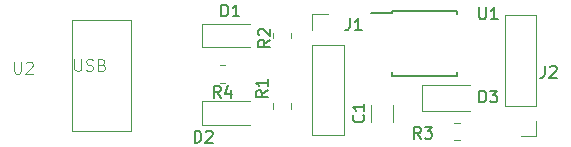
<source format=gbr>
%TF.GenerationSoftware,KiCad,Pcbnew,(7.0.0)*%
%TF.CreationDate,2023-07-16T21:42:08+07:00*%
%TF.ProjectId,Attiny85_USB,41747469-6e79-4383-955f-5553422e6b69,rev?*%
%TF.SameCoordinates,Original*%
%TF.FileFunction,Legend,Top*%
%TF.FilePolarity,Positive*%
%FSLAX46Y46*%
G04 Gerber Fmt 4.6, Leading zero omitted, Abs format (unit mm)*
G04 Created by KiCad (PCBNEW (7.0.0)) date 2023-07-16 21:42:08*
%MOMM*%
%LPD*%
G01*
G04 APERTURE LIST*
%ADD10C,0.100000*%
%ADD11C,0.150000*%
%ADD12C,0.120000*%
G04 APERTURE END LIST*
D10*
%TO.C,U2*%
X55888095Y-112842380D02*
X55888095Y-113651904D01*
X55888095Y-113651904D02*
X55935714Y-113747142D01*
X55935714Y-113747142D02*
X55983333Y-113794761D01*
X55983333Y-113794761D02*
X56078571Y-113842380D01*
X56078571Y-113842380D02*
X56269047Y-113842380D01*
X56269047Y-113842380D02*
X56364285Y-113794761D01*
X56364285Y-113794761D02*
X56411904Y-113747142D01*
X56411904Y-113747142D02*
X56459523Y-113651904D01*
X56459523Y-113651904D02*
X56459523Y-112842380D01*
X56888095Y-112937619D02*
X56935714Y-112890000D01*
X56935714Y-112890000D02*
X57030952Y-112842380D01*
X57030952Y-112842380D02*
X57269047Y-112842380D01*
X57269047Y-112842380D02*
X57364285Y-112890000D01*
X57364285Y-112890000D02*
X57411904Y-112937619D01*
X57411904Y-112937619D02*
X57459523Y-113032857D01*
X57459523Y-113032857D02*
X57459523Y-113128095D01*
X57459523Y-113128095D02*
X57411904Y-113270952D01*
X57411904Y-113270952D02*
X56840476Y-113842380D01*
X56840476Y-113842380D02*
X57459523Y-113842380D01*
X60988095Y-112607380D02*
X60988095Y-113416904D01*
X60988095Y-113416904D02*
X61035714Y-113512142D01*
X61035714Y-113512142D02*
X61083333Y-113559761D01*
X61083333Y-113559761D02*
X61178571Y-113607380D01*
X61178571Y-113607380D02*
X61369047Y-113607380D01*
X61369047Y-113607380D02*
X61464285Y-113559761D01*
X61464285Y-113559761D02*
X61511904Y-113512142D01*
X61511904Y-113512142D02*
X61559523Y-113416904D01*
X61559523Y-113416904D02*
X61559523Y-112607380D01*
X61988095Y-113559761D02*
X62130952Y-113607380D01*
X62130952Y-113607380D02*
X62369047Y-113607380D01*
X62369047Y-113607380D02*
X62464285Y-113559761D01*
X62464285Y-113559761D02*
X62511904Y-113512142D01*
X62511904Y-113512142D02*
X62559523Y-113416904D01*
X62559523Y-113416904D02*
X62559523Y-113321666D01*
X62559523Y-113321666D02*
X62511904Y-113226428D01*
X62511904Y-113226428D02*
X62464285Y-113178809D01*
X62464285Y-113178809D02*
X62369047Y-113131190D01*
X62369047Y-113131190D02*
X62178571Y-113083571D01*
X62178571Y-113083571D02*
X62083333Y-113035952D01*
X62083333Y-113035952D02*
X62035714Y-112988333D01*
X62035714Y-112988333D02*
X61988095Y-112893095D01*
X61988095Y-112893095D02*
X61988095Y-112797857D01*
X61988095Y-112797857D02*
X62035714Y-112702619D01*
X62035714Y-112702619D02*
X62083333Y-112655000D01*
X62083333Y-112655000D02*
X62178571Y-112607380D01*
X62178571Y-112607380D02*
X62416666Y-112607380D01*
X62416666Y-112607380D02*
X62559523Y-112655000D01*
X63321428Y-113083571D02*
X63464285Y-113131190D01*
X63464285Y-113131190D02*
X63511904Y-113178809D01*
X63511904Y-113178809D02*
X63559523Y-113274047D01*
X63559523Y-113274047D02*
X63559523Y-113416904D01*
X63559523Y-113416904D02*
X63511904Y-113512142D01*
X63511904Y-113512142D02*
X63464285Y-113559761D01*
X63464285Y-113559761D02*
X63369047Y-113607380D01*
X63369047Y-113607380D02*
X62988095Y-113607380D01*
X62988095Y-113607380D02*
X62988095Y-112607380D01*
X62988095Y-112607380D02*
X63321428Y-112607380D01*
X63321428Y-112607380D02*
X63416666Y-112655000D01*
X63416666Y-112655000D02*
X63464285Y-112702619D01*
X63464285Y-112702619D02*
X63511904Y-112797857D01*
X63511904Y-112797857D02*
X63511904Y-112893095D01*
X63511904Y-112893095D02*
X63464285Y-112988333D01*
X63464285Y-112988333D02*
X63416666Y-113035952D01*
X63416666Y-113035952D02*
X63321428Y-113083571D01*
X63321428Y-113083571D02*
X62988095Y-113083571D01*
D11*
%TO.C,J2*%
X100826666Y-113177380D02*
X100826666Y-113891666D01*
X100826666Y-113891666D02*
X100779047Y-114034523D01*
X100779047Y-114034523D02*
X100683809Y-114129761D01*
X100683809Y-114129761D02*
X100540952Y-114177380D01*
X100540952Y-114177380D02*
X100445714Y-114177380D01*
X101255238Y-113272619D02*
X101302857Y-113225000D01*
X101302857Y-113225000D02*
X101398095Y-113177380D01*
X101398095Y-113177380D02*
X101636190Y-113177380D01*
X101636190Y-113177380D02*
X101731428Y-113225000D01*
X101731428Y-113225000D02*
X101779047Y-113272619D01*
X101779047Y-113272619D02*
X101826666Y-113367857D01*
X101826666Y-113367857D02*
X101826666Y-113463095D01*
X101826666Y-113463095D02*
X101779047Y-113605952D01*
X101779047Y-113605952D02*
X101207619Y-114177380D01*
X101207619Y-114177380D02*
X101826666Y-114177380D01*
%TO.C,C1*%
X85442142Y-117359166D02*
X85489761Y-117406785D01*
X85489761Y-117406785D02*
X85537380Y-117549642D01*
X85537380Y-117549642D02*
X85537380Y-117644880D01*
X85537380Y-117644880D02*
X85489761Y-117787737D01*
X85489761Y-117787737D02*
X85394523Y-117882975D01*
X85394523Y-117882975D02*
X85299285Y-117930594D01*
X85299285Y-117930594D02*
X85108809Y-117978213D01*
X85108809Y-117978213D02*
X84965952Y-117978213D01*
X84965952Y-117978213D02*
X84775476Y-117930594D01*
X84775476Y-117930594D02*
X84680238Y-117882975D01*
X84680238Y-117882975D02*
X84585000Y-117787737D01*
X84585000Y-117787737D02*
X84537380Y-117644880D01*
X84537380Y-117644880D02*
X84537380Y-117549642D01*
X84537380Y-117549642D02*
X84585000Y-117406785D01*
X84585000Y-117406785D02*
X84632619Y-117359166D01*
X85537380Y-116406785D02*
X85537380Y-116978213D01*
X85537380Y-116692499D02*
X84537380Y-116692499D01*
X84537380Y-116692499D02*
X84680238Y-116787737D01*
X84680238Y-116787737D02*
X84775476Y-116882975D01*
X84775476Y-116882975D02*
X84823095Y-116978213D01*
%TO.C,R4*%
X73363333Y-115887380D02*
X73030000Y-115411190D01*
X72791905Y-115887380D02*
X72791905Y-114887380D01*
X72791905Y-114887380D02*
X73172857Y-114887380D01*
X73172857Y-114887380D02*
X73268095Y-114935000D01*
X73268095Y-114935000D02*
X73315714Y-114982619D01*
X73315714Y-114982619D02*
X73363333Y-115077857D01*
X73363333Y-115077857D02*
X73363333Y-115220714D01*
X73363333Y-115220714D02*
X73315714Y-115315952D01*
X73315714Y-115315952D02*
X73268095Y-115363571D01*
X73268095Y-115363571D02*
X73172857Y-115411190D01*
X73172857Y-115411190D02*
X72791905Y-115411190D01*
X74220476Y-115220714D02*
X74220476Y-115887380D01*
X73982381Y-114839761D02*
X73744286Y-115554047D01*
X73744286Y-115554047D02*
X74363333Y-115554047D01*
%TO.C,J1*%
X84306666Y-109167380D02*
X84306666Y-109881666D01*
X84306666Y-109881666D02*
X84259047Y-110024523D01*
X84259047Y-110024523D02*
X84163809Y-110119761D01*
X84163809Y-110119761D02*
X84020952Y-110167380D01*
X84020952Y-110167380D02*
X83925714Y-110167380D01*
X85306666Y-110167380D02*
X84735238Y-110167380D01*
X85020952Y-110167380D02*
X85020952Y-109167380D01*
X85020952Y-109167380D02*
X84925714Y-109310238D01*
X84925714Y-109310238D02*
X84830476Y-109405476D01*
X84830476Y-109405476D02*
X84735238Y-109453095D01*
%TO.C,R1*%
X77337380Y-115266666D02*
X76861190Y-115599999D01*
X77337380Y-115838094D02*
X76337380Y-115838094D01*
X76337380Y-115838094D02*
X76337380Y-115457142D01*
X76337380Y-115457142D02*
X76385000Y-115361904D01*
X76385000Y-115361904D02*
X76432619Y-115314285D01*
X76432619Y-115314285D02*
X76527857Y-115266666D01*
X76527857Y-115266666D02*
X76670714Y-115266666D01*
X76670714Y-115266666D02*
X76765952Y-115314285D01*
X76765952Y-115314285D02*
X76813571Y-115361904D01*
X76813571Y-115361904D02*
X76861190Y-115457142D01*
X76861190Y-115457142D02*
X76861190Y-115838094D01*
X77337380Y-114314285D02*
X77337380Y-114885713D01*
X77337380Y-114599999D02*
X76337380Y-114599999D01*
X76337380Y-114599999D02*
X76480238Y-114695237D01*
X76480238Y-114695237D02*
X76575476Y-114790475D01*
X76575476Y-114790475D02*
X76623095Y-114885713D01*
%TO.C,U1*%
X95248095Y-108237380D02*
X95248095Y-109046904D01*
X95248095Y-109046904D02*
X95295714Y-109142142D01*
X95295714Y-109142142D02*
X95343333Y-109189761D01*
X95343333Y-109189761D02*
X95438571Y-109237380D01*
X95438571Y-109237380D02*
X95629047Y-109237380D01*
X95629047Y-109237380D02*
X95724285Y-109189761D01*
X95724285Y-109189761D02*
X95771904Y-109142142D01*
X95771904Y-109142142D02*
X95819523Y-109046904D01*
X95819523Y-109046904D02*
X95819523Y-108237380D01*
X96819523Y-109237380D02*
X96248095Y-109237380D01*
X96533809Y-109237380D02*
X96533809Y-108237380D01*
X96533809Y-108237380D02*
X96438571Y-108380238D01*
X96438571Y-108380238D02*
X96343333Y-108475476D01*
X96343333Y-108475476D02*
X96248095Y-108523095D01*
%TO.C,R2*%
X77527380Y-110986666D02*
X77051190Y-111319999D01*
X77527380Y-111558094D02*
X76527380Y-111558094D01*
X76527380Y-111558094D02*
X76527380Y-111177142D01*
X76527380Y-111177142D02*
X76575000Y-111081904D01*
X76575000Y-111081904D02*
X76622619Y-111034285D01*
X76622619Y-111034285D02*
X76717857Y-110986666D01*
X76717857Y-110986666D02*
X76860714Y-110986666D01*
X76860714Y-110986666D02*
X76955952Y-111034285D01*
X76955952Y-111034285D02*
X77003571Y-111081904D01*
X77003571Y-111081904D02*
X77051190Y-111177142D01*
X77051190Y-111177142D02*
X77051190Y-111558094D01*
X76622619Y-110605713D02*
X76575000Y-110558094D01*
X76575000Y-110558094D02*
X76527380Y-110462856D01*
X76527380Y-110462856D02*
X76527380Y-110224761D01*
X76527380Y-110224761D02*
X76575000Y-110129523D01*
X76575000Y-110129523D02*
X76622619Y-110081904D01*
X76622619Y-110081904D02*
X76717857Y-110034285D01*
X76717857Y-110034285D02*
X76813095Y-110034285D01*
X76813095Y-110034285D02*
X76955952Y-110081904D01*
X76955952Y-110081904D02*
X77527380Y-110653332D01*
X77527380Y-110653332D02*
X77527380Y-110034285D01*
%TO.C,D2*%
X71161905Y-119687380D02*
X71161905Y-118687380D01*
X71161905Y-118687380D02*
X71400000Y-118687380D01*
X71400000Y-118687380D02*
X71542857Y-118735000D01*
X71542857Y-118735000D02*
X71638095Y-118830238D01*
X71638095Y-118830238D02*
X71685714Y-118925476D01*
X71685714Y-118925476D02*
X71733333Y-119115952D01*
X71733333Y-119115952D02*
X71733333Y-119258809D01*
X71733333Y-119258809D02*
X71685714Y-119449285D01*
X71685714Y-119449285D02*
X71638095Y-119544523D01*
X71638095Y-119544523D02*
X71542857Y-119639761D01*
X71542857Y-119639761D02*
X71400000Y-119687380D01*
X71400000Y-119687380D02*
X71161905Y-119687380D01*
X72114286Y-118782619D02*
X72161905Y-118735000D01*
X72161905Y-118735000D02*
X72257143Y-118687380D01*
X72257143Y-118687380D02*
X72495238Y-118687380D01*
X72495238Y-118687380D02*
X72590476Y-118735000D01*
X72590476Y-118735000D02*
X72638095Y-118782619D01*
X72638095Y-118782619D02*
X72685714Y-118877857D01*
X72685714Y-118877857D02*
X72685714Y-118973095D01*
X72685714Y-118973095D02*
X72638095Y-119115952D01*
X72638095Y-119115952D02*
X72066667Y-119687380D01*
X72066667Y-119687380D02*
X72685714Y-119687380D01*
%TO.C,D1*%
X73434405Y-108997380D02*
X73434405Y-107997380D01*
X73434405Y-107997380D02*
X73672500Y-107997380D01*
X73672500Y-107997380D02*
X73815357Y-108045000D01*
X73815357Y-108045000D02*
X73910595Y-108140238D01*
X73910595Y-108140238D02*
X73958214Y-108235476D01*
X73958214Y-108235476D02*
X74005833Y-108425952D01*
X74005833Y-108425952D02*
X74005833Y-108568809D01*
X74005833Y-108568809D02*
X73958214Y-108759285D01*
X73958214Y-108759285D02*
X73910595Y-108854523D01*
X73910595Y-108854523D02*
X73815357Y-108949761D01*
X73815357Y-108949761D02*
X73672500Y-108997380D01*
X73672500Y-108997380D02*
X73434405Y-108997380D01*
X74958214Y-108997380D02*
X74386786Y-108997380D01*
X74672500Y-108997380D02*
X74672500Y-107997380D01*
X74672500Y-107997380D02*
X74577262Y-108140238D01*
X74577262Y-108140238D02*
X74482024Y-108235476D01*
X74482024Y-108235476D02*
X74386786Y-108283095D01*
%TO.C,R3*%
X90303333Y-119357380D02*
X89970000Y-118881190D01*
X89731905Y-119357380D02*
X89731905Y-118357380D01*
X89731905Y-118357380D02*
X90112857Y-118357380D01*
X90112857Y-118357380D02*
X90208095Y-118405000D01*
X90208095Y-118405000D02*
X90255714Y-118452619D01*
X90255714Y-118452619D02*
X90303333Y-118547857D01*
X90303333Y-118547857D02*
X90303333Y-118690714D01*
X90303333Y-118690714D02*
X90255714Y-118785952D01*
X90255714Y-118785952D02*
X90208095Y-118833571D01*
X90208095Y-118833571D02*
X90112857Y-118881190D01*
X90112857Y-118881190D02*
X89731905Y-118881190D01*
X90636667Y-118357380D02*
X91255714Y-118357380D01*
X91255714Y-118357380D02*
X90922381Y-118738333D01*
X90922381Y-118738333D02*
X91065238Y-118738333D01*
X91065238Y-118738333D02*
X91160476Y-118785952D01*
X91160476Y-118785952D02*
X91208095Y-118833571D01*
X91208095Y-118833571D02*
X91255714Y-118928809D01*
X91255714Y-118928809D02*
X91255714Y-119166904D01*
X91255714Y-119166904D02*
X91208095Y-119262142D01*
X91208095Y-119262142D02*
X91160476Y-119309761D01*
X91160476Y-119309761D02*
X91065238Y-119357380D01*
X91065238Y-119357380D02*
X90779524Y-119357380D01*
X90779524Y-119357380D02*
X90684286Y-119309761D01*
X90684286Y-119309761D02*
X90636667Y-119262142D01*
%TO.C,D3*%
X95271905Y-116287380D02*
X95271905Y-115287380D01*
X95271905Y-115287380D02*
X95510000Y-115287380D01*
X95510000Y-115287380D02*
X95652857Y-115335000D01*
X95652857Y-115335000D02*
X95748095Y-115430238D01*
X95748095Y-115430238D02*
X95795714Y-115525476D01*
X95795714Y-115525476D02*
X95843333Y-115715952D01*
X95843333Y-115715952D02*
X95843333Y-115858809D01*
X95843333Y-115858809D02*
X95795714Y-116049285D01*
X95795714Y-116049285D02*
X95748095Y-116144523D01*
X95748095Y-116144523D02*
X95652857Y-116239761D01*
X95652857Y-116239761D02*
X95510000Y-116287380D01*
X95510000Y-116287380D02*
X95271905Y-116287380D01*
X96176667Y-115287380D02*
X96795714Y-115287380D01*
X96795714Y-115287380D02*
X96462381Y-115668333D01*
X96462381Y-115668333D02*
X96605238Y-115668333D01*
X96605238Y-115668333D02*
X96700476Y-115715952D01*
X96700476Y-115715952D02*
X96748095Y-115763571D01*
X96748095Y-115763571D02*
X96795714Y-115858809D01*
X96795714Y-115858809D02*
X96795714Y-116096904D01*
X96795714Y-116096904D02*
X96748095Y-116192142D01*
X96748095Y-116192142D02*
X96700476Y-116239761D01*
X96700476Y-116239761D02*
X96605238Y-116287380D01*
X96605238Y-116287380D02*
X96319524Y-116287380D01*
X96319524Y-116287380D02*
X96224286Y-116239761D01*
X96224286Y-116239761D02*
X96176667Y-116192142D01*
D10*
%TO.C,U2*%
X60800000Y-109275000D02*
X65800000Y-109275000D01*
X65800000Y-109275000D02*
X65800000Y-118725000D01*
X65800000Y-118725000D02*
X60800000Y-118725000D01*
X60800000Y-118725000D02*
X60800000Y-109275000D01*
D12*
%TO.C,J2*%
X100090000Y-119150000D02*
X98760000Y-119150000D01*
X100090000Y-117820000D02*
X100090000Y-119150000D01*
X100090000Y-116550000D02*
X100090000Y-108870000D01*
X100090000Y-116550000D02*
X97430000Y-116550000D01*
X100090000Y-108870000D02*
X97430000Y-108870000D01*
X97430000Y-116550000D02*
X97430000Y-108870000D01*
%TO.C,C1*%
X86110000Y-117903752D02*
X86110000Y-116481248D01*
X87930000Y-117903752D02*
X87930000Y-116481248D01*
%TO.C,R4*%
X73757064Y-114605000D02*
X73302936Y-114605000D01*
X73757064Y-113135000D02*
X73302936Y-113135000D01*
%TO.C,J1*%
X81140000Y-108800000D02*
X82470000Y-108800000D01*
X81140000Y-110130000D02*
X81140000Y-108800000D01*
X81140000Y-111400000D02*
X81140000Y-119080000D01*
X81140000Y-111400000D02*
X83800000Y-111400000D01*
X81140000Y-119080000D02*
X83800000Y-119080000D01*
X83800000Y-111400000D02*
X83800000Y-119080000D01*
%TO.C,R1*%
X79295000Y-116362936D02*
X79295000Y-116817064D01*
X77825000Y-116362936D02*
X77825000Y-116817064D01*
D11*
%TO.C,U1*%
X87840000Y-108520000D02*
X87840000Y-108725000D01*
X87840000Y-108520000D02*
X93340000Y-108520000D01*
X87840000Y-108725000D02*
X86090000Y-108725000D01*
X87840000Y-114030000D02*
X87840000Y-113730000D01*
X87840000Y-114030000D02*
X93340000Y-114030000D01*
X93340000Y-108520000D02*
X93340000Y-108820000D01*
X93340000Y-114030000D02*
X93340000Y-113730000D01*
D12*
%TO.C,R2*%
X79295000Y-110412936D02*
X79295000Y-110867064D01*
X77825000Y-110412936D02*
X77825000Y-110867064D01*
%TO.C,D2*%
X71820000Y-116200000D02*
X71820000Y-118200000D01*
X71820000Y-116200000D02*
X75830000Y-116200000D01*
X71820000Y-118200000D02*
X75830000Y-118200000D01*
%TO.C,D1*%
X71812500Y-109630000D02*
X71812500Y-111630000D01*
X71812500Y-109630000D02*
X75822500Y-109630000D01*
X71812500Y-111630000D02*
X75822500Y-111630000D01*
%TO.C,R3*%
X93142936Y-118005000D02*
X93597064Y-118005000D01*
X93142936Y-119475000D02*
X93597064Y-119475000D01*
%TO.C,D3*%
X90422500Y-114775000D02*
X90422500Y-117045000D01*
X90422500Y-117045000D02*
X94482500Y-117045000D01*
X94482500Y-114775000D02*
X90422500Y-114775000D01*
%TD*%
M02*

</source>
